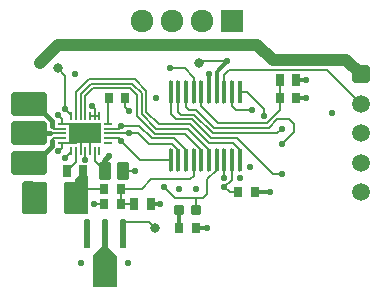
<source format=gtl>
G04*
G04 #@! TF.GenerationSoftware,Altium Limited,Altium Designer,23.3.1 (30)*
G04*
G04 Layer_Physical_Order=1*
G04 Layer_Color=255*
%FSLAX43Y43*%
%MOMM*%
G71*
G04*
G04 #@! TF.SameCoordinates,9844E55F-96F2-4D63-9416-53F8DD85CCA4*
G04*
G04*
G04 #@! TF.FilePolarity,Positive*
G04*
G01*
G75*
%ADD10C,0.500*%
%ADD12C,0.150*%
%ADD13C,0.200*%
G04:AMPARAMS|DCode=15|XSize=0.7mm|YSize=0.9mm|CornerRadius=0.07mm|HoleSize=0mm|Usage=FLASHONLY|Rotation=0.000|XOffset=0mm|YOffset=0mm|HoleType=Round|Shape=RoundedRectangle|*
%AMROUNDEDRECTD15*
21,1,0.700,0.760,0,0,0.0*
21,1,0.560,0.900,0,0,0.0*
1,1,0.140,0.280,-0.380*
1,1,0.140,-0.280,-0.380*
1,1,0.140,-0.280,0.380*
1,1,0.140,0.280,0.380*
%
%ADD15ROUNDEDRECTD15*%
%ADD16R,0.421X1.955*%
G04:AMPARAMS|DCode=17|XSize=1.955mm|YSize=0.421mm|CornerRadius=0.21mm|HoleSize=0mm|Usage=FLASHONLY|Rotation=270.000|XOffset=0mm|YOffset=0mm|HoleType=Round|Shape=RoundedRectangle|*
%AMROUNDEDRECTD17*
21,1,1.955,0.000,0,0,270.0*
21,1,1.534,0.421,0,0,270.0*
1,1,0.421,0.000,-0.767*
1,1,0.421,0.000,0.767*
1,1,0.421,0.000,0.767*
1,1,0.421,0.000,-0.767*
%
%ADD17ROUNDEDRECTD17*%
G04:AMPARAMS|DCode=18|XSize=0.2mm|YSize=0.7mm|CornerRadius=0.02mm|HoleSize=0mm|Usage=FLASHONLY|Rotation=0.000|XOffset=0mm|YOffset=0mm|HoleType=Round|Shape=RoundedRectangle|*
%AMROUNDEDRECTD18*
21,1,0.200,0.660,0,0,0.0*
21,1,0.160,0.700,0,0,0.0*
1,1,0.040,0.080,-0.330*
1,1,0.040,-0.080,-0.330*
1,1,0.040,-0.080,0.330*
1,1,0.040,0.080,0.330*
%
%ADD18ROUNDEDRECTD18*%
G04:AMPARAMS|DCode=19|XSize=0.2mm|YSize=0.7mm|CornerRadius=0.02mm|HoleSize=0mm|Usage=FLASHONLY|Rotation=270.000|XOffset=0mm|YOffset=0mm|HoleType=Round|Shape=RoundedRectangle|*
%AMROUNDEDRECTD19*
21,1,0.200,0.660,0,0,270.0*
21,1,0.160,0.700,0,0,270.0*
1,1,0.040,-0.330,-0.080*
1,1,0.040,-0.330,0.080*
1,1,0.040,0.330,0.080*
1,1,0.040,0.330,-0.080*
%
%ADD19ROUNDEDRECTD19*%
%ADD20R,2.700X1.700*%
G04:AMPARAMS|DCode=21|XSize=2mm|YSize=3mm|CornerRadius=0.2mm|HoleSize=0mm|Usage=FLASHONLY|Rotation=90.000|XOffset=0mm|YOffset=0mm|HoleType=Round|Shape=RoundedRectangle|*
%AMROUNDEDRECTD21*
21,1,2.000,2.600,0,0,90.0*
21,1,1.600,3.000,0,0,90.0*
1,1,0.400,1.300,0.800*
1,1,0.400,1.300,-0.800*
1,1,0.400,-1.300,-0.800*
1,1,0.400,-1.300,0.800*
%
%ADD21ROUNDEDRECTD21*%
G04:AMPARAMS|DCode=22|XSize=0.57mm|YSize=1.4mm|CornerRadius=0.057mm|HoleSize=0mm|Usage=FLASHONLY|Rotation=180.000|XOffset=0mm|YOffset=0mm|HoleType=Round|Shape=RoundedRectangle|*
%AMROUNDEDRECTD22*
21,1,0.570,1.286,0,0,180.0*
21,1,0.456,1.400,0,0,180.0*
1,1,0.114,-0.228,0.643*
1,1,0.114,0.228,0.643*
1,1,0.114,0.228,-0.643*
1,1,0.114,-0.228,-0.643*
%
%ADD22ROUNDEDRECTD22*%
G04:AMPARAMS|DCode=23|XSize=0.75mm|YSize=0.96mm|CornerRadius=0.075mm|HoleSize=0mm|Usage=FLASHONLY|Rotation=180.000|XOffset=0mm|YOffset=0mm|HoleType=Round|Shape=RoundedRectangle|*
%AMROUNDEDRECTD23*
21,1,0.750,0.810,0,0,180.0*
21,1,0.600,0.960,0,0,180.0*
1,1,0.150,-0.300,0.405*
1,1,0.150,0.300,0.405*
1,1,0.150,0.300,-0.405*
1,1,0.150,-0.300,-0.405*
%
%ADD23ROUNDEDRECTD23*%
G04:AMPARAMS|DCode=24|XSize=0.8mm|YSize=0.8mm|CornerRadius=0.08mm|HoleSize=0mm|Usage=FLASHONLY|Rotation=180.000|XOffset=0mm|YOffset=0mm|HoleType=Round|Shape=RoundedRectangle|*
%AMROUNDEDRECTD24*
21,1,0.800,0.640,0,0,180.0*
21,1,0.640,0.800,0,0,180.0*
1,1,0.160,-0.320,0.320*
1,1,0.160,0.320,0.320*
1,1,0.160,0.320,-0.320*
1,1,0.160,-0.320,-0.320*
%
%ADD24ROUNDEDRECTD24*%
G04:AMPARAMS|DCode=25|XSize=1.17mm|YSize=2.7mm|CornerRadius=0.117mm|HoleSize=0mm|Usage=FLASHONLY|Rotation=0.000|XOffset=0mm|YOffset=0mm|HoleType=Round|Shape=RoundedRectangle|*
%AMROUNDEDRECTD25*
21,1,1.170,2.466,0,0,0.0*
21,1,0.936,2.700,0,0,0.0*
1,1,0.234,0.468,-1.233*
1,1,0.234,-0.468,-1.233*
1,1,0.234,-0.468,1.233*
1,1,0.234,0.468,1.233*
%
%ADD25ROUNDEDRECTD25*%
G04:AMPARAMS|DCode=26|XSize=0.95mm|YSize=1.45mm|CornerRadius=0.095mm|HoleSize=0mm|Usage=FLASHONLY|Rotation=0.000|XOffset=0mm|YOffset=0mm|HoleType=Round|Shape=RoundedRectangle|*
%AMROUNDEDRECTD26*
21,1,0.950,1.260,0,0,0.0*
21,1,0.760,1.450,0,0,0.0*
1,1,0.190,0.380,-0.630*
1,1,0.190,-0.380,-0.630*
1,1,0.190,-0.380,0.630*
1,1,0.190,0.380,0.630*
%
%ADD26ROUNDEDRECTD26*%
%ADD45C,0.800*%
%ADD46C,0.400*%
%ADD47C,0.300*%
%ADD48C,1.000*%
%ADD49C,1.925*%
G04:AMPARAMS|DCode=50|XSize=1.925mm|YSize=1.925mm|CornerRadius=0.193mm|HoleSize=0mm|Usage=FLASHONLY|Rotation=180.000|XOffset=0mm|YOffset=0mm|HoleType=Round|Shape=RoundedRectangle|*
%AMROUNDEDRECTD50*
21,1,1.925,1.540,0,0,180.0*
21,1,1.540,1.925,0,0,180.0*
1,1,0.385,-0.770,0.770*
1,1,0.385,0.770,0.770*
1,1,0.385,0.770,-0.770*
1,1,0.385,-0.770,-0.770*
%
%ADD50ROUNDEDRECTD50*%
%ADD51C,1.500*%
G04:AMPARAMS|DCode=52|XSize=1.5mm|YSize=1.5mm|CornerRadius=0.15mm|HoleSize=0mm|Usage=FLASHONLY|Rotation=270.000|XOffset=0mm|YOffset=0mm|HoleType=Round|Shape=RoundedRectangle|*
%AMROUNDEDRECTD52*
21,1,1.500,1.200,0,0,270.0*
21,1,1.200,1.500,0,0,270.0*
1,1,0.300,-0.600,-0.600*
1,1,0.300,-0.600,0.600*
1,1,0.300,0.600,0.600*
1,1,0.300,0.600,-0.600*
%
%ADD52ROUNDEDRECTD52*%
%ADD53C,0.550*%
%ADD54C,0.700*%
G36*
X-6715Y-9643D02*
X-6000Y-10358D01*
Y-13000D01*
X-8000D01*
Y-10358D01*
X-7285Y-9643D01*
X-6715Y-9643D01*
D02*
G37*
G36*
X-12827Y-4318D02*
Y-6604D01*
X-13081Y-6858D01*
X-13843D01*
X-13934Y-6767D01*
X-13970Y-6694D01*
Y-4191D01*
X-13843Y-4064D01*
X-13081D01*
X-12827Y-4318D01*
D02*
G37*
G36*
X-8382Y-3683D02*
Y-6731D01*
X-8509Y-6858D01*
X-9271D01*
X-9525Y-6604D01*
Y-3937D01*
X-9144Y-3556D01*
X-8509D01*
X-8382Y-3683D01*
D02*
G37*
D10*
X-12296Y53D02*
X-12280Y50D01*
X-12399Y71D02*
X-12296Y53D01*
X-13362Y243D02*
X-12399Y71D01*
X-13465Y261D02*
X-13362Y243D01*
X-13710Y305D02*
X-13465Y261D01*
X-12805Y0D02*
X-12305D01*
X-12280D02*
Y50D01*
Y-0D02*
Y0D01*
X-13710Y305D02*
X-13405Y0D01*
X-12305Y-0D02*
X-12280D01*
X-8500Y-9000D02*
Y-7500D01*
X-7000Y-9000D02*
Y-7500D01*
X-5500Y-9000D02*
X-5500Y-9000D01*
Y-7500D01*
X-7023Y-3175D02*
Y-2324D01*
X-6604Y-1905D01*
D12*
X11814Y5336D02*
X14650Y2500D01*
X3125Y4941D02*
X3520Y5336D01*
X11814D01*
X-5500Y-7500D02*
X-3250D01*
X-2750Y-8000D01*
X1111Y6111D02*
X3385D01*
X1000Y6000D02*
X1111Y6111D01*
X3130Y-4561D02*
X3775Y-3916D01*
Y-2240D01*
X3568Y-5000D02*
X4315D01*
X3130Y-4561D02*
X3568Y-5000D01*
X3125Y-3747D02*
Y-2240D01*
X745Y-5461D02*
X1321D01*
X-1067D02*
X745D01*
X750Y-5466D01*
Y-6500D02*
Y-5466D01*
X-5665Y-5969D02*
X-4510D01*
X-2026Y-4502D02*
X-1067Y-5461D01*
X1689Y-3858D02*
X2475Y-3072D01*
X1321Y-5461D02*
X1689Y-5092D01*
Y-3858D01*
X2475Y-3072D02*
Y-2240D01*
X7800Y4500D02*
X7815Y4485D01*
Y3000D02*
Y4485D01*
Y1968D02*
Y3000D01*
X6759Y911D02*
X7815Y1968D01*
X2578Y911D02*
X6759D01*
X1175Y2314D02*
X2578Y911D01*
X1175Y2314D02*
Y3510D01*
X5039D02*
X6500Y2049D01*
X4425Y3510D02*
X5039D01*
X6500Y1500D02*
Y2049D01*
X4083Y2019D02*
X5455D01*
X3775Y2327D02*
Y3510D01*
Y2327D02*
X4083Y2019D01*
X3125Y3510D02*
Y4941D01*
X-247Y5500D02*
X525Y4728D01*
X-1500Y5500D02*
X-247D01*
X525Y3510D02*
Y4728D01*
X7975Y-865D02*
X9000Y160D01*
Y795D01*
X8606Y1189D02*
X9000Y795D01*
X7621Y1189D02*
X8606D01*
X6918Y486D02*
X7621Y1189D01*
X2251Y486D02*
X6918D01*
X745Y1992D02*
X2251Y486D01*
X116Y1992D02*
X745D01*
X-125Y2233D02*
X116Y1992D01*
X-125Y2233D02*
Y3510D01*
X7621Y51D02*
X7975Y405D01*
X2124Y51D02*
X7621D01*
X587Y1588D02*
X2124Y51D01*
X-550Y1588D02*
X587D01*
X-775Y1812D02*
X-550Y1588D01*
X-775Y1812D02*
Y3510D01*
X7210Y-3405D02*
X7975D01*
X4191Y-386D02*
X7210Y-3405D01*
X1983Y-386D02*
X4191D01*
X408Y1189D02*
X1983Y-386D01*
X-1006Y1189D02*
X408D01*
X-1425Y1609D02*
X-1006Y1189D01*
X-1425Y1609D02*
Y3510D01*
X-3478Y1853D02*
X-2421Y795D01*
X221D02*
X1861Y-844D01*
X-2421Y795D02*
X221D01*
X1861Y-844D02*
X3873D01*
X4425Y-1396D01*
Y-2240D02*
Y-1396D01*
X-3478Y1853D02*
Y3622D01*
X-4446Y4589D02*
X-3478Y3622D01*
X-8376Y4589D02*
X-4446D01*
X-9455Y3510D02*
X-8376Y4589D01*
X-9455Y1450D02*
Y3510D01*
X-8182Y4176D02*
X-4657D01*
X-9055Y3303D02*
X-8182Y4176D01*
X-9055Y1450D02*
Y3303D01*
X-4657Y4176D02*
X-3883Y3402D01*
Y1655D02*
X-2637Y410D01*
X-3883Y1655D02*
Y3402D01*
X-2637Y410D02*
X13D01*
X1825Y-1402D01*
Y-2240D02*
Y-1402D01*
X1175Y-2240D02*
Y-1394D01*
X-211Y-7D02*
X1175Y-1394D01*
X-2787Y-7D02*
X-211D01*
X-4277Y1482D02*
X-2787Y-7D01*
X-4277Y1482D02*
Y3229D01*
X-4858Y3811D02*
X-4277Y3229D01*
X-8009Y3811D02*
X-4858D01*
X-5315Y2261D02*
Y3000D01*
Y2261D02*
X-4952Y1898D01*
X-6705Y2980D02*
X-6685Y3000D01*
X-6705Y800D02*
Y2980D01*
X-5588Y635D02*
X-4097D01*
X-3046Y-416D01*
X-1111D01*
X-125Y-1403D01*
Y-2240D02*
Y-1403D01*
X-1300Y-874D02*
X-775Y-1399D01*
X-4149Y0D02*
X-3275Y-874D01*
X-1300D01*
X-775Y-2240D02*
Y-1399D01*
X-4953Y0D02*
X-4149D01*
X-8104Y2316D02*
X-7855Y2067D01*
Y1450D02*
Y2067D01*
X-8655Y1450D02*
Y3164D01*
X-8009Y3811D01*
X-5665Y-5969D02*
Y-4699D01*
X-3881D01*
X-3052Y-3870D01*
X217D01*
X525Y-3561D01*
Y-2240D01*
X-5588Y-635D02*
X-3983Y-2240D01*
X-1425D01*
X-7855Y1450D02*
X-7455D01*
X-8255D02*
X-7855D01*
X-5823Y400D02*
X-5588Y635D01*
X-6705Y400D02*
X-5823D01*
X-4953Y0D02*
X-4953Y0D01*
X-6705Y0D02*
X-4953D01*
X-5823Y-400D02*
X-5588Y-635D01*
X-6705Y-400D02*
X-5823D01*
D13*
X-10605Y0D02*
X-10605Y0D01*
X-11643Y0D02*
X-10605D01*
X-7874Y-5969D02*
X-7035D01*
X-8509Y-4699D02*
X-7035D01*
X-8763Y-4445D02*
X-8509Y-4699D01*
X-11000Y5500D02*
X-10392Y4892D01*
Y2100D02*
Y4892D01*
X-11500Y-635D02*
X-11265Y-400D01*
X-10605D01*
X-11500Y635D02*
X-11265Y400D01*
X-10605D01*
X-7855Y-2343D02*
Y-1450D01*
Y-2343D02*
X-7023Y-3175D01*
X-5423D02*
X-4445D01*
X-8714Y-2287D02*
X-8655Y-2228D01*
Y-1450D01*
X-9855Y-1563D02*
Y-1450D01*
X-10392Y-2100D02*
X-9855Y-1563D01*
X-9055Y-400D02*
X-8655Y0D01*
X-9455Y-800D02*
X-9055Y-400D01*
X-10605Y-800D02*
X-9455D01*
X-10605Y-1207D02*
Y-800D01*
X-10922Y-1524D02*
X-10605Y-1207D01*
Y800D02*
Y1207D01*
X-10922Y1524D02*
X-10605Y1207D01*
X-10392Y2100D02*
X-9855Y1563D01*
Y1450D02*
Y1563D01*
X-9455Y-2405D02*
Y-1450D01*
X-10225Y-3175D02*
X-9455Y-2405D01*
Y800D02*
X-8655Y0D01*
X-10605Y800D02*
X-9455D01*
X-9055Y-1450D02*
Y-400D01*
X-8655Y0D02*
X-8255Y-400D01*
Y-1450D02*
Y-400D01*
D15*
X-5665Y-5969D02*
D03*
X-7035D02*
D03*
Y-4699D02*
D03*
X-5665D02*
D03*
X5685Y-5000D02*
D03*
X4315Y-5000D02*
D03*
X685Y-8000D02*
D03*
X-685D02*
D03*
X-6685Y3000D02*
D03*
X-5315D02*
D03*
X9185D02*
D03*
X7815D02*
D03*
D16*
X4425Y3510D02*
D03*
D17*
X3775D02*
D03*
X3125D02*
D03*
X2475D02*
D03*
X1825D02*
D03*
X1175D02*
D03*
X525D02*
D03*
X-125D02*
D03*
X-775D02*
D03*
X-1425D02*
D03*
Y-2240D02*
D03*
X-775D02*
D03*
X-125D02*
D03*
X525D02*
D03*
X1175D02*
D03*
X1825D02*
D03*
X2475D02*
D03*
X3125D02*
D03*
X3775D02*
D03*
X4425D02*
D03*
D18*
X-7455Y1450D02*
D03*
X-7855D02*
D03*
X-8255D02*
D03*
X-8655D02*
D03*
X-9055D02*
D03*
X-9455D02*
D03*
X-9855D02*
D03*
Y-1450D02*
D03*
X-9455D02*
D03*
X-9055D02*
D03*
X-8655D02*
D03*
X-8255D02*
D03*
X-7855D02*
D03*
X-7455D02*
D03*
D19*
X-10605Y800D02*
D03*
Y400D02*
D03*
Y0D02*
D03*
Y-400D02*
D03*
Y-800D02*
D03*
X-6705D02*
D03*
Y-400D02*
D03*
Y0D02*
D03*
Y400D02*
D03*
Y800D02*
D03*
D20*
X-8655Y0D02*
D03*
D21*
X-13405Y2500D02*
D03*
X-13405Y0D02*
D03*
X-13405Y-2500D02*
D03*
D22*
X-8500Y-9000D02*
D03*
X-7000Y-9000D02*
D03*
X-5500Y-9000D02*
D03*
D23*
X-3110Y-5969D02*
D03*
X-4510D02*
D03*
X-10225Y-3175D02*
D03*
X-8825D02*
D03*
X9200Y4500D02*
D03*
X7800D02*
D03*
D24*
X-750Y-6500D02*
D03*
X750D02*
D03*
D25*
X-12496Y-5461D02*
D03*
X-9856D02*
D03*
D26*
X-5423Y-3175D02*
D03*
X-7023D02*
D03*
D45*
X-2750Y-8000D02*
D03*
X1000Y6000D02*
D03*
X-11000Y5500D02*
D03*
D46*
X-12280Y0D02*
X-11643D01*
X-12305D02*
X-12280D01*
X-12305Y-1900D02*
X-11500Y-1095D01*
Y-635D01*
Y635D02*
Y1095D01*
X-12305Y1900D02*
X-11500Y1095D01*
D47*
X-750Y-6500D02*
X-685Y-6565D01*
Y-8000D02*
Y-6565D01*
X685Y-8000D02*
X1689D01*
X-3110Y-5969D02*
X-2310D01*
X7000Y-5000D02*
X7000Y-5000D01*
X5685Y-5000D02*
X7000D01*
X9185Y3000D02*
X10000D01*
X9200Y4500D02*
X10000D01*
X2475Y5201D02*
X3385Y6111D01*
X2475Y3510D02*
Y5201D01*
X1825Y3510D02*
Y5000D01*
D48*
X-12500Y6000D02*
X-12000Y6500D01*
X-11000Y7500D01*
X5908D02*
X7210Y6198D01*
X-11000Y7500D02*
X5908D01*
X7210Y6198D02*
X13452D01*
X14650Y5000D01*
D49*
X-3810Y9500D02*
D03*
X-1270D02*
D03*
X1270D02*
D03*
D50*
X3810D02*
D03*
D51*
X14650Y0D02*
D03*
Y2500D02*
D03*
Y-2500D02*
D03*
Y-5000D02*
D03*
D52*
Y5000D02*
D03*
D53*
X4425Y-3747D02*
D03*
X3130Y-4561D02*
D03*
X3125Y-3747D02*
D03*
X1689Y-8000D02*
D03*
X-5000Y-11000D02*
D03*
X-9000D02*
D03*
X-7874Y-5969D02*
D03*
X-8763Y-4445D02*
D03*
X-2310Y-5969D02*
D03*
X-5500Y-7500D02*
D03*
X-7000D02*
D03*
X-8500D02*
D03*
X12200Y1702D02*
D03*
X-11000Y7500D02*
D03*
X-11500Y7000D02*
D03*
X-12000Y6500D02*
D03*
X-12500Y6000D02*
D03*
X-2026Y-4502D02*
D03*
X-2700Y3000D02*
D03*
X5332Y-2868D02*
D03*
X10000Y3000D02*
D03*
Y4500D02*
D03*
X6500Y1500D02*
D03*
X5455Y2019D02*
D03*
X1825Y5000D02*
D03*
X3385Y6111D02*
D03*
X-1500Y5500D02*
D03*
X7975Y-865D02*
D03*
Y405D02*
D03*
Y-3405D02*
D03*
X-9500Y5000D02*
D03*
X-4952Y1898D02*
D03*
X-8104Y2316D02*
D03*
X7000Y-5000D02*
D03*
X-8763Y-6477D02*
D03*
Y-5461D02*
D03*
X-13589Y-6477D02*
D03*
Y-5461D02*
D03*
Y-4445D02*
D03*
X-4953Y0D02*
D03*
X-5588Y635D02*
D03*
X-5588Y-635D02*
D03*
X700Y-4699D02*
D03*
X-700D02*
D03*
X-4445Y-3175D02*
D03*
X-6604Y-1905D02*
D03*
X-10392Y2100D02*
D03*
Y-2100D02*
D03*
X-8714Y-2287D02*
D03*
X-10922Y-1524D02*
D03*
Y1524D02*
D03*
D54*
X-13405Y3100D02*
D03*
X-12305D02*
D03*
Y2500D02*
D03*
Y1900D02*
D03*
X-13405D02*
D03*
Y2500D02*
D03*
X-14505Y1900D02*
D03*
Y2500D02*
D03*
Y3100D02*
D03*
X-13405Y600D02*
D03*
X-12305D02*
D03*
Y0D02*
D03*
Y-600D02*
D03*
X-13405D02*
D03*
Y0D02*
D03*
X-14505Y-600D02*
D03*
Y0D02*
D03*
Y600D02*
D03*
X-13405Y-1900D02*
D03*
X-12305D02*
D03*
Y-2500D02*
D03*
Y-3100D02*
D03*
X-13405D02*
D03*
Y-2500D02*
D03*
X-14505Y-3100D02*
D03*
Y-2500D02*
D03*
Y-1900D02*
D03*
M02*

</source>
